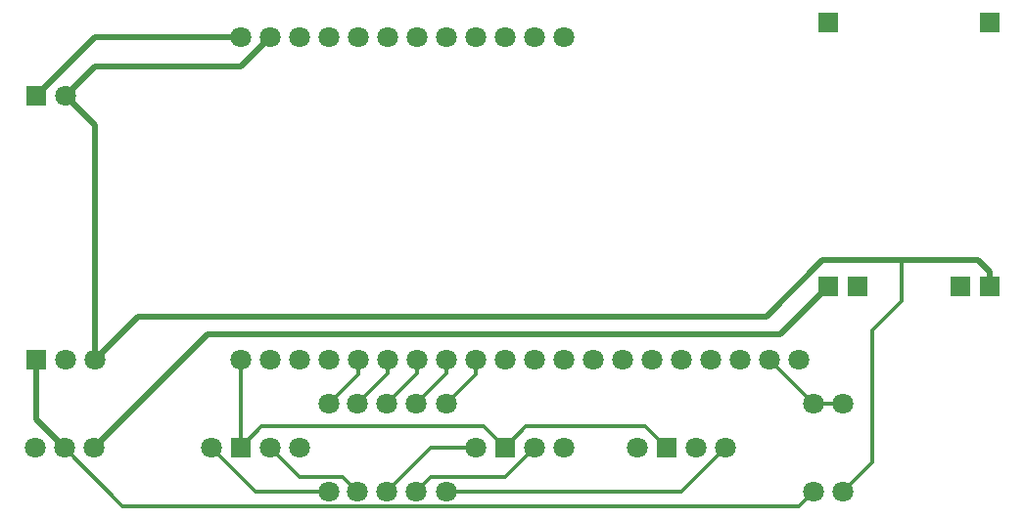
<source format=gtl>
%TF.GenerationSoftware,KiCad,Pcbnew,9.0.0*%
%TF.CreationDate,2025-03-07T17:30:45-08:00*%
%TF.ProjectId,tag,7461672e-6b69-4636-9164-5f7063625858,v0.1*%
%TF.SameCoordinates,Original*%
%TF.FileFunction,Copper,L1,Top*%
%TF.FilePolarity,Positive*%
%FSLAX46Y46*%
G04 Gerber Fmt 4.6, Leading zero omitted, Abs format (unit mm)*
G04 Created by KiCad (PCBNEW 9.0.0) date 2025-03-07 17:30:45*
%MOMM*%
%LPD*%
G01*
G04 APERTURE LIST*
%TA.AperFunction,ComponentPad*%
%ADD10C,1.800000*%
%TD*%
%TA.AperFunction,ComponentPad*%
%ADD11R,1.800000X1.800000*%
%TD*%
%TA.AperFunction,Conductor*%
%ADD12C,0.500000*%
%TD*%
%TA.AperFunction,Conductor*%
%ADD13C,0.300000*%
%TD*%
G04 APERTURE END LIST*
D10*
%TO.P,ESP32_UWB1,1,3V3*%
%TO.N,Net-(ESP32_UWB1-3V3)*%
X125730000Y-109220000D03*
%TO.P,ESP32_UWB1,2,GND*%
%TO.N,unconnected-(ESP32_UWB1-GND-Pad2)*%
X128270000Y-109220000D03*
%TO.P,ESP32_UWB1,3,RST*%
%TO.N,unconnected-(ESP32_UWB1-RST-Pad3)*%
X130810000Y-109220000D03*
%TO.P,ESP32_UWB1,4,GND*%
%TO.N,unconnected-(ESP32_UWB1-GND-Pad4)*%
X133350000Y-109220000D03*
%TO.P,ESP32_UWB1,5,IO2*%
%TO.N,Net-(ESP32_UWB1-IO2)*%
X135890000Y-109220000D03*
%TO.P,ESP32_UWB1,6,IO12*%
%TO.N,Net-(ESP32_UWB1-IO12)*%
X138430000Y-109220000D03*
%TO.P,ESP32_UWB1,7,IO13*%
%TO.N,Net-(ESP32_UWB1-IO13)*%
X140970000Y-109220000D03*
%TO.P,ESP32_UWB1,8,IO14*%
%TO.N,Net-(ESP32_UWB1-IO14)*%
X143510000Y-109220000D03*
%TO.P,ESP32_UWB1,9,IO15*%
%TO.N,Net-(ESP32_UWB1-IO15)*%
X146050000Y-109220000D03*
%TO.P,ESP32_UWB1,10,IO18*%
%TO.N,unconnected-(ESP32_UWB1-IO18-Pad10)*%
X148590000Y-109220000D03*
%TO.P,ESP32_UWB1,11,IO19*%
%TO.N,unconnected-(ESP32_UWB1-IO19-Pad11)*%
X151130000Y-109220000D03*
%TO.P,ESP32_UWB1,12,IO25*%
%TO.N,unconnected-(ESP32_UWB1-IO25-Pad12)*%
X153670000Y-109220000D03*
%TO.P,ESP32_UWB1,13,IO26*%
%TO.N,unconnected-(ESP32_UWB1-IO26-Pad13)*%
X156210000Y-109220000D03*
%TO.P,ESP32_UWB1,14,IO27*%
%TO.N,unconnected-(ESP32_UWB1-IO27-Pad14)*%
X158750000Y-109220000D03*
%TO.P,ESP32_UWB1,15,IO32*%
%TO.N,unconnected-(ESP32_UWB1-IO32-Pad15)*%
X161290000Y-109220000D03*
%TO.P,ESP32_UWB1,16,IO33*%
%TO.N,unconnected-(ESP32_UWB1-IO33-Pad16)*%
X163830000Y-109220000D03*
%TO.P,ESP32_UWB1,17,IO34*%
%TO.N,unconnected-(ESP32_UWB1-IO34-Pad17)*%
X166370000Y-109220000D03*
%TO.P,ESP32_UWB1,18,IO35*%
%TO.N,unconnected-(ESP32_UWB1-IO35-Pad18)*%
X168910000Y-109220000D03*
%TO.P,ESP32_UWB1,19,IO36*%
%TO.N,Net-(ESP32_UWB1-IO36)*%
X171450000Y-109220000D03*
%TO.P,ESP32_UWB1,20,IO39*%
%TO.N,unconnected-(ESP32_UWB1-IO39-Pad20)*%
X173990000Y-109220000D03*
%TO.P,ESP32_UWB1,21,5V0*%
%TO.N,Net-(ESP32_UWB1-5V0)*%
X125730000Y-81280000D03*
%TO.P,ESP32_UWB1,22,GND*%
%TO.N,Net-(Battery_Charger1-OUT-)*%
X128270000Y-81280000D03*
%TO.P,ESP32_UWB1,23,IO3*%
%TO.N,unconnected-(ESP32_UWB1-IO3-Pad23)*%
X130810000Y-81280000D03*
%TO.P,ESP32_UWB1,24,IO1*%
%TO.N,unconnected-(ESP32_UWB1-IO1-Pad24)*%
X133350000Y-81280000D03*
%TO.P,ESP32_UWB1,25,IO0*%
%TO.N,unconnected-(ESP32_UWB1-IO0-Pad25)*%
X135890000Y-81280000D03*
%TO.P,ESP32_UWB1,26,IO4*%
%TO.N,unconnected-(ESP32_UWB1-IO4-Pad26)*%
X138430000Y-81280000D03*
%TO.P,ESP32_UWB1,27,IO5*%
%TO.N,unconnected-(ESP32_UWB1-IO5-Pad27)*%
X140970000Y-81280000D03*
%TO.P,ESP32_UWB1,28,IO16*%
%TO.N,unconnected-(ESP32_UWB1-IO16-Pad28)*%
X143510000Y-81280000D03*
%TO.P,ESP32_UWB1,29,IO17*%
%TO.N,unconnected-(ESP32_UWB1-IO17-Pad29)*%
X146050000Y-81280000D03*
%TO.P,ESP32_UWB1,30,IO21*%
%TO.N,unconnected-(ESP32_UWB1-IO21-Pad30)*%
X148590000Y-81280000D03*
%TO.P,ESP32_UWB1,31,IO22*%
%TO.N,unconnected-(ESP32_UWB1-IO22-Pad31)*%
X151130000Y-81280000D03*
%TO.P,ESP32_UWB1,32,IO23*%
%TO.N,unconnected-(ESP32_UWB1-IO23-Pad32)*%
X153670000Y-81280000D03*
%TD*%
D11*
%TO.P,5V_DC_DC_Converter1,1,+*%
%TO.N,Net-(5V_DC_DC_Converter1-+-Pad1)*%
X108050000Y-109220000D03*
D10*
%TO.P,5V_DC_DC_Converter1,2,CTL*%
%TO.N,unconnected-(5V_DC_DC_Converter1-CTL-Pad2)*%
X110590000Y-109220000D03*
%TO.P,5V_DC_DC_Converter1,3,-*%
%TO.N,Net-(Battery_Charger1-OUT-)*%
X113130000Y-109220000D03*
D11*
%TO.P,5V_DC_DC_Converter1,4,+*%
%TO.N,Net-(ESP32_UWB1-5V0)*%
X108050000Y-86360000D03*
D10*
%TO.P,5V_DC_DC_Converter1,5,-*%
%TO.N,Net-(Battery_Charger1-OUT-)*%
X110590000Y-86360000D03*
%TD*%
%TO.P,R1,1*%
%TO.N,Net-(RGB_LED_ROUND1-R)*%
X133350000Y-120650000D03*
%TO.P,R1,2*%
%TO.N,Net-(ESP32_UWB1-IO2)*%
X133350000Y-113030000D03*
%TD*%
%TO.P,RGB_LED_ROUND1,1,R*%
%TO.N,Net-(RGB_LED_ROUND1-R)*%
X123190000Y-116840000D03*
D11*
%TO.P,RGB_LED_ROUND1,2,VCC*%
%TO.N,Net-(ESP32_UWB1-3V3)*%
X125730000Y-116840000D03*
D10*
%TO.P,RGB_LED_ROUND1,3,G*%
%TO.N,Net-(RGB_LED_ROUND1-G)*%
X128270000Y-116840000D03*
%TO.P,RGB_LED_ROUND1,4,B*%
%TO.N,unconnected-(RGB_LED_ROUND1-B-Pad4)*%
X130810000Y-116840000D03*
%TD*%
%TO.P,R5,1*%
%TO.N,Net-(RGB_LED_ROUND3-B)*%
X143510000Y-120650000D03*
%TO.P,R5,2*%
%TO.N,Net-(ESP32_UWB1-IO15)*%
X143510000Y-113030000D03*
%TD*%
%TO.P,R2,1*%
%TO.N,Net-(RGB_LED_ROUND1-G)*%
X135860000Y-120650000D03*
%TO.P,R2,2*%
%TO.N,Net-(ESP32_UWB1-IO12)*%
X135860000Y-113030000D03*
%TD*%
%TO.P,RGB_LED_ROUND3,1,R*%
%TO.N,unconnected-(RGB_LED_ROUND3-R-Pad1)*%
X160020000Y-116840000D03*
D11*
%TO.P,RGB_LED_ROUND3,2,VCC*%
%TO.N,Net-(ESP32_UWB1-3V3)*%
X162560000Y-116840000D03*
D10*
%TO.P,RGB_LED_ROUND3,3,G*%
%TO.N,unconnected-(RGB_LED_ROUND3-G-Pad3)*%
X165100000Y-116840000D03*
%TO.P,RGB_LED_ROUND3,4,B*%
%TO.N,Net-(RGB_LED_ROUND3-B)*%
X167640000Y-116840000D03*
%TD*%
%TO.P,R4,1*%
%TO.N,Net-(RGB_LED_ROUND2-G)*%
X140940000Y-120650000D03*
%TO.P,R4,2*%
%TO.N,Net-(ESP32_UWB1-IO14)*%
X140940000Y-113030000D03*
%TD*%
%TO.P,RGB_LED_ROUND2,1,R*%
%TO.N,Net-(RGB_LED_ROUND2-R)*%
X146050000Y-116840000D03*
D11*
%TO.P,RGB_LED_ROUND2,2,VCC*%
%TO.N,Net-(ESP32_UWB1-3V3)*%
X148590000Y-116840000D03*
D10*
%TO.P,RGB_LED_ROUND2,3,G*%
%TO.N,Net-(RGB_LED_ROUND2-G)*%
X151130000Y-116840000D03*
%TO.P,RGB_LED_ROUND2,4,B*%
%TO.N,unconnected-(RGB_LED_ROUND2-B-Pad4)*%
X153670000Y-116840000D03*
%TD*%
%TO.P,R3,1*%
%TO.N,Net-(RGB_LED_ROUND2-R)*%
X138360000Y-120650000D03*
%TO.P,R3,2*%
%TO.N,Net-(ESP32_UWB1-IO13)*%
X138360000Y-113030000D03*
%TD*%
%TO.P,R7,1*%
%TO.N,Net-(ESP32_UWB1-IO36)*%
X177800000Y-113030000D03*
%TO.P,R7,2*%
%TO.N,Net-(Battery_Charger1-OUT-)*%
X177800000Y-120650000D03*
%TD*%
%TO.P,ON_OFF_SWITCH1,1*%
%TO.N,unconnected-(ON_OFF_SWITCH1-Pad1)*%
X107950000Y-116840000D03*
%TO.P,ON_OFF_SWITCH1,2*%
%TO.N,Net-(5V_DC_DC_Converter1-+-Pad1)*%
X110490000Y-116840000D03*
%TO.P,ON_OFF_SWITCH1,3*%
%TO.N,Net-(Battery_Charger1-OUT+)*%
X113030000Y-116840000D03*
%TD*%
%TO.P,R6,1*%
%TO.N,Net-(5V_DC_DC_Converter1-+-Pad1)*%
X175260000Y-120650000D03*
%TO.P,R6,2*%
%TO.N,Net-(ESP32_UWB1-IO36)*%
X175260000Y-113030000D03*
%TD*%
D11*
%TO.P,Battery_Charger1,1,+*%
%TO.N,unconnected-(Battery_Charger1-+-Pad1)*%
X176530000Y-80010000D03*
%TO.P,Battery_Charger1,2,-*%
%TO.N,unconnected-(Battery_Charger1---Pad2)*%
X190500000Y-80010000D03*
%TO.P,Battery_Charger1,3,OUT+*%
%TO.N,Net-(Battery_Charger1-OUT+)*%
X176530000Y-102870000D03*
%TO.P,Battery_Charger1,4,B+*%
%TO.N,unconnected-(Battery_Charger1-B+-Pad4)*%
X179070000Y-102870000D03*
%TO.P,Battery_Charger1,5,B-*%
%TO.N,unconnected-(Battery_Charger1-B--Pad5)*%
X187960000Y-102870000D03*
%TO.P,Battery_Charger1,6,OUT-*%
%TO.N,Net-(Battery_Charger1-OUT-)*%
X190500000Y-102870000D03*
%TD*%
D12*
%TO.N,Net-(ESP32_UWB1-5V0)*%
X113130000Y-81280000D02*
X125730000Y-81280000D01*
X108050000Y-86360000D02*
X113130000Y-81280000D01*
%TO.N,Net-(5V_DC_DC_Converter1-+-Pad1)*%
X108050000Y-109220000D02*
X108050000Y-114400000D01*
D13*
X174009000Y-121901000D02*
X115551000Y-121901000D01*
D12*
X108050000Y-114400000D02*
X110490000Y-116840000D01*
D13*
X115551000Y-121901000D02*
X110490000Y-116840000D01*
X175260000Y-120650000D02*
X174009000Y-121901000D01*
%TO.N,Net-(ESP32_UWB1-IO2)*%
X135890000Y-110490000D02*
X135890000Y-109220000D01*
X133350000Y-113030000D02*
X135890000Y-110490000D01*
%TO.N,Net-(ESP32_UWB1-3V3)*%
X148590000Y-116840000D02*
X150430000Y-115000000D01*
X150430000Y-115000000D02*
X160720000Y-115000000D01*
X125730000Y-116840000D02*
X127570000Y-115000000D01*
X162560000Y-116840000D02*
X160720000Y-115000000D01*
X146750000Y-115000000D02*
X148590000Y-116840000D01*
X125730000Y-116840000D02*
X125730000Y-109220000D01*
X127570000Y-115000000D02*
X146750000Y-115000000D01*
%TO.N,Net-(ESP32_UWB1-IO36)*%
X175260000Y-113030000D02*
X171450000Y-109220000D01*
X175260000Y-113030000D02*
X177800000Y-113030000D01*
%TO.N,Net-(ESP32_UWB1-IO12)*%
X135860000Y-113030000D02*
X138430000Y-110460000D01*
X138430000Y-110460000D02*
X138430000Y-109220000D01*
%TO.N,Net-(ESP32_UWB1-IO14)*%
X143510000Y-110460000D02*
X143510000Y-109220000D01*
X140970000Y-112960000D02*
X140900000Y-113030000D01*
X142900000Y-109220000D02*
X143410000Y-109220000D01*
X140940000Y-113030000D02*
X143510000Y-110460000D01*
%TO.N,Net-(ESP32_UWB1-IO13)*%
X138360000Y-113030000D02*
X140970000Y-110420000D01*
X138430000Y-113000000D02*
X138400000Y-113030000D01*
X140970000Y-110420000D02*
X140970000Y-109220000D01*
%TO.N,Net-(RGB_LED_ROUND1-R)*%
X127000000Y-120650000D02*
X133350000Y-120650000D01*
X123190000Y-116840000D02*
X127000000Y-120650000D01*
%TO.N,Net-(RGB_LED_ROUND1-G)*%
X130810000Y-119380000D02*
X134590000Y-119380000D01*
X134590000Y-119380000D02*
X135860000Y-120650000D01*
X128270000Y-116840000D02*
X130810000Y-119380000D01*
%TO.N,Net-(RGB_LED_ROUND2-R)*%
X146050000Y-116840000D02*
X142170000Y-116840000D01*
X142170000Y-116840000D02*
X138360000Y-120650000D01*
%TO.N,Net-(RGB_LED_ROUND2-G)*%
X148590000Y-119380000D02*
X142210000Y-119380000D01*
X142210000Y-119380000D02*
X140940000Y-120650000D01*
X151130000Y-116840000D02*
X148590000Y-119380000D01*
%TO.N,Net-(ESP32_UWB1-IO15)*%
X143510000Y-113030000D02*
X146050000Y-110490000D01*
X143510000Y-113000000D02*
X143480000Y-113030000D01*
X146050000Y-110490000D02*
X146050000Y-109220000D01*
D12*
%TO.N,Net-(Battery_Charger1-OUT+)*%
X122870000Y-107000000D02*
X113030000Y-116840000D01*
X172400000Y-107000000D02*
X122870000Y-107000000D01*
X176530000Y-102870000D02*
X172400000Y-107000000D01*
D13*
%TO.N,Net-(Battery_Charger1-OUT-)*%
X180340000Y-118110000D02*
X180340000Y-106680000D01*
D12*
X113130000Y-88900000D02*
X113130000Y-109220000D01*
X171198000Y-105500000D02*
X176065696Y-100632304D01*
X189532304Y-100632304D02*
X190500000Y-101600000D01*
X190500000Y-101600000D02*
X190500000Y-102870000D01*
X110590000Y-86360000D02*
X113130000Y-83820000D01*
D13*
X180340000Y-106680000D02*
X182880000Y-104140000D01*
X182880000Y-104140000D02*
X182880000Y-100632304D01*
D12*
X116850000Y-105500000D02*
X171198000Y-105500000D01*
X113130000Y-83820000D02*
X125730000Y-83820000D01*
X176065696Y-100632304D02*
X189532304Y-100632304D01*
D13*
X177800000Y-120650000D02*
X180340000Y-118110000D01*
D12*
X182880000Y-100632304D02*
X189532304Y-100632304D01*
X113130000Y-109220000D02*
X116850000Y-105500000D01*
X182880000Y-100632304D02*
X176065696Y-100632304D01*
X110590000Y-86360000D02*
X113130000Y-88900000D01*
X125730000Y-83820000D02*
X128270000Y-81280000D01*
D13*
%TO.N,Net-(RGB_LED_ROUND3-B)*%
X163830000Y-120650000D02*
X143510000Y-120650000D01*
X167640000Y-116840000D02*
X163830000Y-120650000D01*
%TD*%
M02*

</source>
